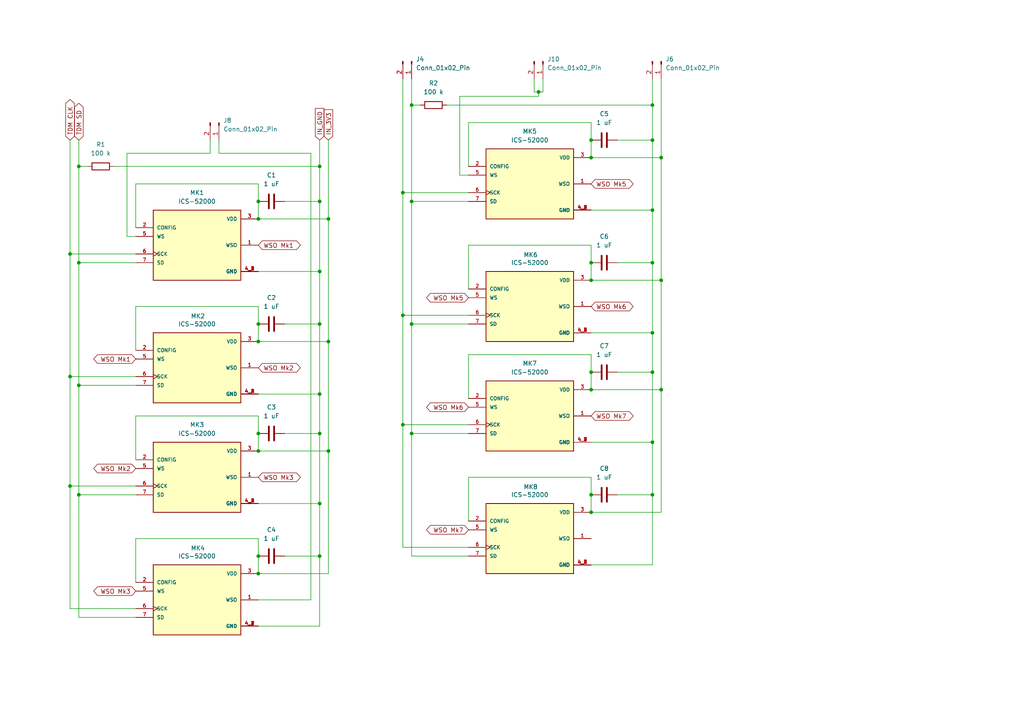
<source format=kicad_sch>
(kicad_sch (version 20250114) (generator "eeschema") (generator_version "9.0")
  (paper "A4")
  (lib_symbols
    (symbol "Connector:Conn_01x02_Pin" (pin_names (offset 1.016) (hide yes))
      (property "Reference" "J" (at 0 2.54 0))
      (property "Value" "Conn_01x02_Pin" (at 0 -5.08 0))
      (symbol "Conn_01x02_Pin_1_1"
        (rectangle (start 0.8636 0.127) (end 0 -0.127) (stroke (width 0.1524)) (fill (type outline)))
        (rectangle (start 0.8636 -2.413) (end 0 -2.667) (stroke (width 0.1524)) (fill (type outline)))
        (polyline (pts (xy 1.27 0) (xy 0.8636 0)) (stroke (width 0.1524)))
        (polyline (pts (xy 1.27 -2.54) (xy 0.8636 -2.54)) (stroke (width 0.1524)))
        (pin passive line (at 5.08 0 180) (length 3.81) (name "Pin_1") (number "1"))
        (pin passive line (at 5.08 -2.54 180) (length 3.81) (name "Pin_2") (number "2"))
      )
    )
    (symbol "Device:C" (pin_numbers (hide yes)) (pin_names (offset 0.254))
      (property "Reference" "C" (at 0.635 2.54 0))
      (property "Value" "C" (at 0.635 -2.54 0))
      (symbol "C_0_1"
        (polyline (pts (xy -2.032 0.762) (xy 2.032 0.762)) (stroke (width 0.508)))
        (polyline (pts (xy -2.032 -0.762) (xy 2.032 -0.762)) (stroke (width 0.508)))
      )
      (symbol "C_1_1"
        (pin passive line (at 0 3.81 270) (length 2.794) (name "~") (number "1"))
        (pin passive line (at 0 -3.81 90) (length 2.794) (name "~") (number "2"))
      )
    )
    (symbol "Device:R" (pin_numbers (hide yes)) (pin_names (offset 0))
      (property "Reference" "R" (at 2.032 0 90))
      (property "Value" "R" (at 0 0 90))
      (symbol "R_0_1"
        (rectangle (start -1.016 -2.54) (end 1.016 2.54) (stroke (width 0.254)))
      )
      (symbol "R_1_1"
        (pin passive line (at 0 3.81 270) (length 1.27) (name "~") (number "1"))
        (pin passive line (at 0 -3.81 90) (length 1.27) (name "~") (number "2"))
      )
    )
    (symbol "ICS-52000:ICS-52000" (pin_names (offset 1.016))
      (property "Reference" "MK" (at -12.7608 10.7312 0))
      (property "Value" "ICS-52000" (at -12.7766 -12.7766 0))
      (symbol "ICS-52000_0_0"
        (rectangle (start -12.7 -10.16) (end 12.7 10.16) (stroke (width 0.254)) (fill (type background)))
        (pin input line (at -17.78 5.08 0) (length 5.08) (name "CONFIG") (number "2"))
        (pin input line (at -17.78 2.54 0) (length 5.08) (name "WS") (number "5"))
        (pin input clock (at -17.78 -2.54 0) (length 5.08) (name "SCK") (number "6"))
        (pin output line (at -17.78 -5.08 0) (length 5.08) (name "SD") (number "7"))
        (pin power_in line (at 17.78 7.62 180) (length 5.08) (name "VDD") (number "3"))
        (pin output line (at 17.78 0 180) (length 5.08) (name "WSO") (number "1"))
        (pin power_in line (at 17.78 -7.62 180) (length 5.08) (name "GND") (number "4_1"))
        (pin power_in line (at 17.78 -7.62 180) (length 5.08) (name "GND") (number "4_2"))
        (pin power_in line (at 17.78 -7.62 180) (length 5.08) (name "GND") (number "4_3"))
        (pin power_in line (at 17.78 -7.62 180) (length 5.08) (name "GND") (number "4_4"))
      )
    )
  )
  (junction (at 74.93 99.06))
  (junction (at 92.71 48.26))
  (junction (at 92.71 114.3))
  (junction (at 171.45 40.64))
  (junction (at 189.23 60.96))
  (junction (at 95.25 99.06))
  (junction (at 74.93 63.5))
  (junction (at 156.21 26.67))
  (junction (at 171.45 81.28))
  (junction (at 92.71 161.29))
  (junction (at 74.93 161.29))
  (junction (at 116.84 123.19))
  (junction (at 74.93 93.98))
  (junction (at 92.71 58.42))
  (junction (at 191.77 45.72))
  (junction (at 119.38 93.98))
  (junction (at 74.93 166.37))
  (junction (at 74.93 130.81))
  (junction (at 171.45 45.72))
  (junction (at 189.23 40.64))
  (junction (at 119.38 125.73))
  (junction (at 171.45 76.2))
  (junction (at 22.86 48.26))
  (junction (at 20.32 73.66))
  (junction (at 22.86 111.76))
  (junction (at 171.45 113.03))
  (junction (at 171.45 107.95))
  (junction (at 189.23 107.95))
  (junction (at 116.84 91.44))
  (junction (at 191.77 81.28))
  (junction (at 92.71 125.73))
  (junction (at 189.23 76.2))
  (junction (at 20.32 109.22))
  (junction (at 92.71 78.74))
  (junction (at 92.71 93.98))
  (junction (at 74.93 58.42))
  (junction (at 116.84 55.88))
  (junction (at 189.23 128.27))
  (junction (at 119.38 58.42))
  (junction (at 95.25 130.81))
  (junction (at 191.77 113.03))
  (junction (at 74.93 125.73))
  (junction (at 189.23 96.52))
  (junction (at 92.71 146.05))
  (junction (at 22.86 143.51))
  (junction (at 171.45 148.59))
  (junction (at 189.23 143.51))
  (junction (at 171.45 143.51))
  (junction (at 22.86 76.2))
  (junction (at 95.25 63.5))
  (junction (at 189.23 30.48))
  (junction (at 20.32 140.97))
  (junction (at 119.38 30.48))
  (wire (pts (xy 74.93 99.06) (xy 95.25 99.06)))
  (wire (pts (xy 39.37 73.66) (xy 20.32 73.66)))
  (wire (pts (xy 92.71 146.05) (xy 92.71 125.73)))
  (wire (pts (xy 20.32 109.22) (xy 20.32 140.97)))
  (wire (pts (xy 116.84 91.44) (xy 135.89 91.44)))
  (wire (pts (xy 39.37 120.65) (xy 74.93 120.65)))
  (wire (pts (xy 22.86 143.51) (xy 39.37 143.51)))
  (wire (pts (xy 179.07 107.95) (xy 189.23 107.95)))
  (wire (pts (xy 189.23 107.95) (xy 189.23 96.52)))
  (wire (pts (xy 129.54 30.48) (xy 189.23 30.48)))
  (wire (pts (xy 82.55 93.98) (xy 92.71 93.98)))
  (wire (pts (xy 154.94 26.67) (xy 156.21 26.67)))
  (wire (pts (xy 189.23 163.83) (xy 189.23 143.51)))
  (wire (pts (xy 171.45 35.56) (xy 171.45 40.64)))
  (wire (pts (xy 135.89 138.43) (xy 171.45 138.43)))
  (wire (pts (xy 90.17 44.45) (xy 63.5 44.45)))
  (wire (pts (xy 189.23 128.27) (xy 189.23 107.95)))
  (wire (pts (xy 171.45 107.95) (xy 171.45 113.03)))
  (wire (pts (xy 191.77 113.03) (xy 191.77 81.28)))
  (wire (pts (xy 119.38 58.42) (xy 119.38 93.98)))
  (wire (pts (xy 119.38 93.98) (xy 119.38 125.73)))
  (wire (pts (xy 119.38 93.98) (xy 135.89 93.98)))
  (wire (pts (xy 74.93 58.42) (xy 74.93 63.5)))
  (wire (pts (xy 119.38 30.48) (xy 121.92 30.48)))
  (wire (pts (xy 116.84 123.19) (xy 135.89 123.19)))
  (wire (pts (xy 74.93 146.05) (xy 92.71 146.05)))
  (wire (pts (xy 90.17 173.99) (xy 90.17 44.45)))
  (wire (pts (xy 171.45 76.2) (xy 171.45 81.28)))
  (wire (pts (xy 74.93 161.29) (xy 74.93 166.37)))
  (wire (pts (xy 171.45 113.03) (xy 191.77 113.03)))
  (wire (pts (xy 116.84 22.86) (xy 116.84 55.88)))
  (wire (pts (xy 74.93 53.34) (xy 74.93 58.42)))
  (wire (pts (xy 39.37 76.2) (xy 22.86 76.2)))
  (wire (pts (xy 171.45 81.28) (xy 191.77 81.28)))
  (wire (pts (xy 119.38 125.73) (xy 119.38 161.29)))
  (wire (pts (xy 135.89 151.13) (xy 135.89 138.43)))
  (wire (pts (xy 92.71 161.29) (xy 92.71 146.05)))
  (wire (pts (xy 74.93 88.9) (xy 74.93 93.98)))
  (wire (pts (xy 95.25 99.06) (xy 95.25 63.5)))
  (wire (pts (xy 189.23 96.52) (xy 189.23 76.2)))
  (wire (pts (xy 189.23 22.86) (xy 189.23 30.48)))
  (wire (pts (xy 36.83 68.58) (xy 36.83 44.45)))
  (wire (pts (xy 20.32 40.64) (xy 20.32 73.66)))
  (wire (pts (xy 135.89 48.26) (xy 135.89 35.56)))
  (wire (pts (xy 156.21 27.94) (xy 156.21 26.67)))
  (wire (pts (xy 95.25 166.37) (xy 95.25 130.81)))
  (wire (pts (xy 36.83 44.45) (xy 60.96 44.45)))
  (wire (pts (xy 22.86 111.76) (xy 22.86 143.51)))
  (wire (pts (xy 156.21 26.67) (xy 157.48 26.67)))
  (wire (pts (xy 20.32 109.22) (xy 39.37 109.22)))
  (wire (pts (xy 189.23 60.96) (xy 189.23 40.64)))
  (wire (pts (xy 154.94 22.86) (xy 154.94 26.67)))
  (wire (pts (xy 74.93 166.37) (xy 95.25 166.37)))
  (wire (pts (xy 92.71 40.64) (xy 92.71 48.26)))
  (wire (pts (xy 92.71 114.3) (xy 92.71 93.98)))
  (wire (pts (xy 116.84 91.44) (xy 116.84 123.19)))
  (wire (pts (xy 60.96 44.45) (xy 60.96 40.64)))
  (wire (pts (xy 157.48 26.67) (xy 157.48 22.86)))
  (wire (pts (xy 133.35 50.8) (xy 135.89 50.8)))
  (wire (pts (xy 119.38 125.73) (xy 135.89 125.73)))
  (wire (pts (xy 63.5 44.45) (xy 63.5 40.64)))
  (wire (pts (xy 22.86 48.26) (xy 25.4 48.26)))
  (wire (pts (xy 20.32 140.97) (xy 39.37 140.97)))
  (wire (pts (xy 82.55 58.42) (xy 92.71 58.42)))
  (wire (pts (xy 119.38 161.29) (xy 135.89 161.29)))
  (wire (pts (xy 191.77 148.59) (xy 191.77 113.03)))
  (wire (pts (xy 116.84 123.19) (xy 116.84 158.75)))
  (wire (pts (xy 92.71 181.61) (xy 92.71 161.29)))
  (wire (pts (xy 171.45 45.72) (xy 191.77 45.72)))
  (wire (pts (xy 135.89 83.82) (xy 135.89 71.12)))
  (wire (pts (xy 179.07 143.51) (xy 189.23 143.51)))
  (wire (pts (xy 189.23 76.2) (xy 189.23 60.96)))
  (wire (pts (xy 39.37 53.34) (xy 74.93 53.34)))
  (wire (pts (xy 95.25 130.81) (xy 95.25 99.06)))
  (wire (pts (xy 39.37 101.6) (xy 39.37 88.9)))
  (wire (pts (xy 135.89 115.57) (xy 135.89 102.87)))
  (wire (pts (xy 171.45 96.52) (xy 189.23 96.52)))
  (wire (pts (xy 74.93 120.65) (xy 74.93 125.73)))
  (wire (pts (xy 135.89 102.87) (xy 171.45 102.87)))
  (wire (pts (xy 189.23 143.51) (xy 189.23 128.27)))
  (wire (pts (xy 92.71 125.73) (xy 92.71 114.3)))
  (wire (pts (xy 171.45 143.51) (xy 171.45 148.59)))
  (wire (pts (xy 189.23 30.48) (xy 189.23 40.64)))
  (wire (pts (xy 191.77 22.86) (xy 191.77 45.72)))
  (wire (pts (xy 179.07 76.2) (xy 189.23 76.2)))
  (wire (pts (xy 74.93 125.73) (xy 74.93 130.81)))
  (wire (pts (xy 33.02 48.26) (xy 92.71 48.26)))
  (wire (pts (xy 171.45 40.64) (xy 171.45 45.72)))
  (wire (pts (xy 116.84 158.75) (xy 135.89 158.75)))
  (wire (pts (xy 22.86 111.76) (xy 39.37 111.76)))
  (wire (pts (xy 39.37 168.91) (xy 39.37 156.21)))
  (wire (pts (xy 116.84 55.88) (xy 116.84 91.44)))
  (wire (pts (xy 171.45 138.43) (xy 171.45 143.51)))
  (wire (pts (xy 74.93 173.99) (xy 90.17 173.99)))
  (wire (pts (xy 22.86 40.64) (xy 22.86 48.26)))
  (wire (pts (xy 133.35 50.8) (xy 133.35 27.94)))
  (wire (pts (xy 74.93 114.3) (xy 92.71 114.3)))
  (wire (pts (xy 171.45 163.83) (xy 189.23 163.83)))
  (wire (pts (xy 171.45 102.87) (xy 171.45 107.95)))
  (wire (pts (xy 39.37 66.04) (xy 39.37 53.34)))
  (wire (pts (xy 39.37 68.58) (xy 36.83 68.58)))
  (wire (pts (xy 74.93 63.5) (xy 95.25 63.5)))
  (wire (pts (xy 20.32 176.53) (xy 39.37 176.53)))
  (wire (pts (xy 74.93 130.81) (xy 95.25 130.81)))
  (wire (pts (xy 179.07 40.64) (xy 189.23 40.64)))
  (wire (pts (xy 171.45 60.96) (xy 189.23 60.96)))
  (wire (pts (xy 39.37 133.35) (xy 39.37 120.65)))
  (wire (pts (xy 22.86 76.2) (xy 22.86 111.76)))
  (wire (pts (xy 20.32 140.97) (xy 20.32 176.53)))
  (wire (pts (xy 92.71 93.98) (xy 92.71 78.74)))
  (wire (pts (xy 74.93 93.98) (xy 74.93 99.06)))
  (wire (pts (xy 39.37 156.21) (xy 74.93 156.21)))
  (wire (pts (xy 133.35 27.94) (xy 156.21 27.94)))
  (wire (pts (xy 22.86 179.07) (xy 39.37 179.07)))
  (wire (pts (xy 82.55 125.73) (xy 92.71 125.73)))
  (wire (pts (xy 171.45 71.12) (xy 171.45 76.2)))
  (wire (pts (xy 39.37 88.9) (xy 74.93 88.9)))
  (wire (pts (xy 119.38 22.86) (xy 119.38 30.48)))
  (wire (pts (xy 171.45 148.59) (xy 191.77 148.59)))
  (wire (pts (xy 20.32 73.66) (xy 20.32 109.22)))
  (wire (pts (xy 171.45 128.27) (xy 189.23 128.27)))
  (wire (pts (xy 119.38 30.48) (xy 119.38 58.42)))
  (wire (pts (xy 74.93 156.21) (xy 74.93 161.29)))
  (wire (pts (xy 135.89 58.42) (xy 119.38 58.42)))
  (wire (pts (xy 191.77 81.28) (xy 191.77 45.72)))
  (wire (pts (xy 135.89 71.12) (xy 171.45 71.12)))
  (wire (pts (xy 92.71 78.74) (xy 92.71 58.42)))
  (wire (pts (xy 22.86 48.26) (xy 22.86 76.2)))
  (wire (pts (xy 74.93 181.61) (xy 92.71 181.61)))
  (wire (pts (xy 135.89 55.88) (xy 116.84 55.88)))
  (wire (pts (xy 135.89 35.56) (xy 171.45 35.56)))
  (wire (pts (xy 22.86 143.51) (xy 22.86 179.07)))
  (wire (pts (xy 74.93 78.74) (xy 92.71 78.74)))
  (wire (pts (xy 92.71 48.26) (xy 92.71 58.42)))
  (wire (pts (xy 95.25 40.64) (xy 95.25 63.5)))
  (wire (pts (xy 82.55 161.29) (xy 92.71 161.29)))
  (global_label "IN_3V3" (shape input) (at 95.25 40.64 90) (property "Intersheetrefs" "${INTERSHEET_REFS}" (effects (hide yes))))
  (global_label "WSO Mk5" (shape bidirectional) (at 135.89 86.36 180) (property "Intersheetrefs" "${INTERSHEET_REFS}" (effects (hide yes))))
  (global_label "TDM SD" (shape bidirectional) (at 22.86 40.64 90) (property "Intersheetrefs" "${INTERSHEET_REFS}" (effects (hide yes))))
  (global_label "WSO Mk3" (shape bidirectional) (at 74.93 138.43 0) (property "Intersheetrefs" "${INTERSHEET_REFS}" (effects (hide yes))))
  (global_label "WSO Mk1" (shape bidirectional) (at 39.37 104.14 180) (property "Intersheetrefs" "${INTERSHEET_REFS}" (effects (hide yes))))
  (global_label "WSO Mk6" (shape bidirectional) (at 171.45 88.9 0) (property "Intersheetrefs" "${INTERSHEET_REFS}" (effects (hide yes))))
  (global_label "WSO Mk7" (shape bidirectional) (at 171.45 120.65 0) (property "Intersheetrefs" "${INTERSHEET_REFS}" (effects (hide yes))))
  (global_label "WSO Mk6" (shape bidirectional) (at 135.89 118.11 180) (property "Intersheetrefs" "${INTERSHEET_REFS}" (effects (hide yes))))
  (global_label "WSO Mk2" (shape bidirectional) (at 74.93 106.68 0) (property "Intersheetrefs" "${INTERSHEET_REFS}" (effects (hide yes))))
  (global_label "TDM CLK" (shape bidirectional) (at 20.32 40.64 90) (property "Intersheetrefs" "${INTERSHEET_REFS}" (effects (hide yes))))
  (global_label "WSO Mk3" (shape bidirectional) (at 39.37 171.45 180) (property "Intersheetrefs" "${INTERSHEET_REFS}" (effects (hide yes))))
  (global_label "WSO Mk2" (shape bidirectional) (at 39.37 135.89 180) (property "Intersheetrefs" "${INTERSHEET_REFS}" (effects (hide yes))))
  (global_label "WSO Mk7" (shape bidirectional) (at 135.89 153.67 180) (property "Intersheetrefs" "${INTERSHEET_REFS}" (effects (hide yes))))
  (global_label "IN_GND" (shape input) (at 92.71 40.64 90) (property "Intersheetrefs" "${INTERSHEET_REFS}" (effects (hide yes))))
  (global_label "WSO Mk5" (shape bidirectional) (at 171.45 53.34 0) (property "Intersheetrefs" "${INTERSHEET_REFS}" (effects (hide yes))))
  (global_label "WSO Mk1" (shape bidirectional) (at 74.93 71.12 0) (property "Intersheetrefs" "${INTERSHEET_REFS}" (effects (hide yes))))
  (symbol (lib_id "Device:C") (at 78.74 93.98 90) (unit 1)
    (property "Reference" "C2" (at 78.74 86.36 90))
    (property "Value" "1 uF" (at 78.74 88.9 90))
    (property "Footprint" "Capacitor_THT:C_Disc_D5.0mm_W2.5mm_P5.00mm" (effects (hide yes)))
    (property "Description" "Unpolarized capacitor" (effects (hide yes)))
  )
  (symbol (lib_id "Connector:Conn_01x02_Pin") (at 191.77 17.78 270) (unit 1)
    (property "Reference" "J6" (at 193.04 17.1449 90) (effects (justify left)))
    (property "Value" "Conn_01x02_Pin" (at 193.04 19.6849 90) (effects (justify left)))
    (property "Footprint" "Connector_JST:JST_PH_B2B-PH-K_1x02_P2.00mm_Vertical" (effects (hide yes)))
    (property "Description" "Generic connector, single row, 01x02, script generated" (effects (hide yes)))
  )
  (symbol (lib_id "Device:R") (at 125.73 30.48 270) (unit 1)
    (property "Reference" "R2" (at 125.73 24.13 90))
    (property "Value" "100 k" (at 125.73 26.67 90))
    (property "Footprint" "Resistor_THT:R_Axial_DIN0207_L6.3mm_D2.5mm_P7.62mm_Horizontal" (effects (hide yes)))
    (property "Description" "Resistor" (effects (hide yes)))
  )
  (symbol (lib_id "ICS-52000:ICS-52000") (at 153.67 88.9 0) (unit 1)
    (property "Reference" "MK6" (at 153.924 73.914 0))
    (property "Value" "ICS-52000" (at 153.67 76.2 0))
    (property "Footprint" "wave:MIC_ICS-52000" (effects (hide yes)))
    (property "MF" "TDK InvenSense" (effects (hide yes)))
    (property "MAXIMUM_PACKAGE_HEIGHT" "1.1 mm" (effects (hide yes)))
    (property "Package" "None" (effects (hide yes)))
    (property "Price" "None" (effects (hide yes)))
    (property "Check_prices" "https://www.snapeda.com/parts/ICS-52000/TDK/view-part/?ref=eda" (effects (hide yes)))
    (property "STANDARD" "Manufacturer recommendations" (effects (hide yes)))
    (property "PARTREV" "1.3" (effects (hide yes)))
    (property "SnapEDA_Link" "https://www.snapeda.com/parts/ICS-52000/TDK/view-part/?ref=snap" (effects (hide yes)))
    (property "MP" "ICS-52000" (effects (hide yes)))
    (property "Description_1" "50 Hz ~ 20 kHz Digital, TDM Microphone MEMS (Silicon) 1.62 V ~ 3.63 V Omnidirectional (-26 ±1dB @ 94dB SPL) Solder Pads" (effects (hide yes)))
    (property "Availability" "In Stock" (effects (hide yes)))
    (property "MANUFACTURER" "TDK InvenSense" (effects (hide yes)))
  )
  (symbol (lib_id "Device:C") (at 175.26 143.51 90) (unit 1)
    (property "Reference" "C8" (at 175.26 135.89 90))
    (property "Value" "1 uF" (at 175.26 138.43 90))
    (property "Footprint" "Capacitor_THT:C_Disc_D5.0mm_W2.5mm_P5.00mm" (effects (hide yes)))
    (property "Description" "Unpolarized capacitor" (effects (hide yes)))
  )
  (symbol (lib_id "ICS-52000:ICS-52000") (at 153.67 156.21 0) (unit 1)
    (property "Reference" "MK8" (at 153.924 141.224 0))
    (property "Value" "ICS-52000" (at 153.67 143.51 0))
    (property "Footprint" "wave:MIC_ICS-52000" (effects (hide yes)))
    (property "MF" "TDK InvenSense" (effects (hide yes)))
    (property "MAXIMUM_PACKAGE_HEIGHT" "1.1 mm" (effects (hide yes)))
    (property "Package" "None" (effects (hide yes)))
    (property "Price" "None" (effects (hide yes)))
    (property "Check_prices" "https://www.snapeda.com/parts/ICS-52000/TDK/view-part/?ref=eda" (effects (hide yes)))
    (property "STANDARD" "Manufacturer recommendations" (effects (hide yes)))
    (property "PARTREV" "1.3" (effects (hide yes)))
    (property "SnapEDA_Link" "https://www.snapeda.com/parts/ICS-52000/TDK/view-part/?ref=snap" (effects (hide yes)))
    (property "MP" "ICS-52000" (effects (hide yes)))
    (property "Description_1" "50 Hz ~ 20 kHz Digital, TDM Microphone MEMS (Silicon) 1.62 V ~ 3.63 V Omnidirectional (-26 ±1dB @ 94dB SPL) Solder Pads" (effects (hide yes)))
    (property "Availability" "In Stock" (effects (hide yes)))
    (property "MANUFACTURER" "TDK InvenSense" (effects (hide yes)))
  )
  (symbol (lib_id "Device:C") (at 78.74 161.29 90) (unit 1)
    (property "Reference" "C4" (at 78.74 153.67 90))
    (property "Value" "1 uF" (at 78.74 156.21 90))
    (property "Footprint" "Capacitor_THT:C_Disc_D5.0mm_W2.5mm_P5.00mm" (effects (hide yes)))
    (property "Description" "Unpolarized capacitor" (effects (hide yes)))
  )
  (symbol (lib_id "Device:C") (at 78.74 58.42 90) (unit 1)
    (property "Reference" "C1" (at 78.74 50.8 90))
    (property "Value" "1 uF" (at 78.74 53.34 90))
    (property "Footprint" "Capacitor_THT:C_Disc_D5.0mm_W2.5mm_P5.00mm" (effects (hide yes)))
    (property "Description" "Unpolarized capacitor" (effects (hide yes)))
  )
  (symbol (lib_id "ICS-52000:ICS-52000") (at 153.67 120.65 0) (unit 1)
    (property "Reference" "MK7" (at 153.67 105.41 0))
    (property "Value" "ICS-52000" (at 153.67 107.95 0))
    (property "Footprint" "wave:MIC_ICS-52000" (effects (hide yes)))
    (property "MF" "TDK InvenSense" (effects (hide yes)))
    (property "MAXIMUM_PACKAGE_HEIGHT" "1.1 mm" (effects (hide yes)))
    (property "Package" "None" (effects (hide yes)))
    (property "Price" "None" (effects (hide yes)))
    (property "Check_prices" "https://www.snapeda.com/parts/ICS-52000/TDK/view-part/?ref=eda" (effects (hide yes)))
    (property "STANDARD" "Manufacturer recommendations" (effects (hide yes)))
    (property "PARTREV" "1.3" (effects (hide yes)))
    (property "SnapEDA_Link" "https://www.snapeda.com/parts/ICS-52000/TDK/view-part/?ref=snap" (effects (hide yes)))
    (property "MP" "ICS-52000" (effects (hide yes)))
    (property "Description_1" "50 Hz ~ 20 kHz Digital, TDM Microphone MEMS (Silicon) 1.62 V ~ 3.63 V Omnidirectional (-26 ±1dB @ 94dB SPL) Solder Pads" (effects (hide yes)))
    (property "Availability" "In Stock" (effects (hide yes)))
    (property "MANUFACTURER" "TDK InvenSense" (effects (hide yes)))
  )
  (symbol (lib_id "ICS-52000:ICS-52000") (at 57.15 138.43 0) (unit 1)
    (property "Reference" "MK3" (at 57.15 123.19 0))
    (property "Value" "ICS-52000" (at 57.15 125.73 0))
    (property "Footprint" "wave:MIC_ICS-52000" (effects (hide yes)))
    (property "MF" "TDK InvenSense" (effects (hide yes)))
    (property "MAXIMUM_PACKAGE_HEIGHT" "1.1 mm" (effects (hide yes)))
    (property "Package" "None" (effects (hide yes)))
    (property "Price" "None" (effects (hide yes)))
    (property "Check_prices" "https://www.snapeda.com/parts/ICS-52000/TDK/view-part/?ref=eda" (effects (hide yes)))
    (property "STANDARD" "Manufacturer recommendations" (effects (hide yes)))
    (property "PARTREV" "1.3" (effects (hide yes)))
    (property "SnapEDA_Link" "https://www.snapeda.com/parts/ICS-52000/TDK/view-part/?ref=snap" (effects (hide yes)))
    (property "MP" "ICS-52000" (effects (hide yes)))
    (property "Description_1" "50 Hz ~ 20 kHz Digital, TDM Microphone MEMS (Silicon) 1.62 V ~ 3.63 V Omnidirectional (-26 ±1dB @ 94dB SPL) Solder Pads" (effects (hide yes)))
    (property "Availability" "In Stock" (effects (hide yes)))
    (property "MANUFACTURER" "TDK InvenSense" (effects (hide yes)))
  )
  (symbol (lib_id "ICS-52000:ICS-52000") (at 57.15 106.68 0) (unit 1)
    (property "Reference" "MK2" (at 57.404 91.694 0))
    (property "Value" "ICS-52000" (at 57.15 93.98 0))
    (property "Footprint" "wave:MIC_ICS-52000" (effects (hide yes)))
    (property "MF" "TDK InvenSense" (effects (hide yes)))
    (property "MAXIMUM_PACKAGE_HEIGHT" "1.1 mm" (effects (hide yes)))
    (property "Package" "None" (effects (hide yes)))
    (property "Price" "None" (effects (hide yes)))
    (property "Check_prices" "https://www.snapeda.com/parts/ICS-52000/TDK/view-part/?ref=eda" (effects (hide yes)))
    (property "STANDARD" "Manufacturer recommendations" (effects (hide yes)))
    (property "PARTREV" "1.3" (effects (hide yes)))
    (property "SnapEDA_Link" "https://www.snapeda.com/parts/ICS-52000/TDK/view-part/?ref=snap" (effects (hide yes)))
    (property "MP" "ICS-52000" (effects (hide yes)))
    (property "Description_1" "50 Hz ~ 20 kHz Digital, TDM Microphone MEMS (Silicon) 1.62 V ~ 3.63 V Omnidirectional (-26 ±1dB @ 94dB SPL) Solder Pads" (effects (hide yes)))
    (property "Availability" "In Stock" (effects (hide yes)))
    (property "MANUFACTURER" "TDK InvenSense" (effects (hide yes)))
  )
  (symbol (lib_id "ICS-52000:ICS-52000") (at 153.67 53.34 0) (unit 1)
    (property "Reference" "MK5" (at 153.67 38.1 0))
    (property "Value" "ICS-52000" (at 153.67 40.64 0))
    (property "Footprint" "wave:MIC_ICS-52000" (effects (hide yes)))
    (property "MF" "TDK InvenSense" (effects (hide yes)))
    (property "MAXIMUM_PACKAGE_HEIGHT" "1.1 mm" (effects (hide yes)))
    (property "Package" "None" (effects (hide yes)))
    (property "Price" "None" (effects (hide yes)))
    (property "Check_prices" "https://www.snapeda.com/parts/ICS-52000/TDK/view-part/?ref=eda" (effects (hide yes)))
    (property "STANDARD" "Manufacturer recommendations" (effects (hide yes)))
    (property "PARTREV" "1.3" (effects (hide yes)))
    (property "SnapEDA_Link" "https://www.snapeda.com/parts/ICS-52000/TDK/view-part/?ref=snap" (effects (hide yes)))
    (property "MP" "ICS-52000" (effects (hide yes)))
    (property "Description_1" "50 Hz ~ 20 kHz Digital, TDM Microphone MEMS (Silicon) 1.62 V ~ 3.63 V Omnidirectional (-26 ±1dB @ 94dB SPL) Solder Pads" (effects (hide yes)))
    (property "Availability" "In Stock" (effects (hide yes)))
    (property "MANUFACTURER" "TDK InvenSense" (effects (hide yes)))
  )
  (symbol (lib_id "Device:C") (at 175.26 76.2 90) (unit 1)
    (property "Reference" "C6" (at 175.26 68.58 90))
    (property "Value" "1 uF" (at 175.26 71.12 90))
    (property "Footprint" "Capacitor_THT:C_Disc_D5.0mm_W2.5mm_P5.00mm" (effects (hide yes)))
    (property "Description" "Unpolarized capacitor" (effects (hide yes)))
  )
  (symbol (lib_id "Device:C") (at 175.26 40.64 90) (unit 1)
    (property "Reference" "C5" (at 175.26 33.02 90))
    (property "Value" "1 uF" (at 175.26 35.56 90))
    (property "Footprint" "Capacitor_THT:C_Disc_D5.0mm_W2.5mm_P5.00mm" (effects (hide yes)))
    (property "Description" "Unpolarized capacitor" (effects (hide yes)))
  )
  (symbol (lib_id "Connector:Conn_01x02_Pin") (at 119.38 17.78 270) (unit 1)
    (property "Reference" "J4" (at 120.65 17.1449 90) (effects (justify left)))
    (property "Value" "Conn_01x02_Pin" (at 120.65 19.6849 90) (effects (justify left)))
    (property "Footprint" "Connector_JST:JST_PH_B2B-PH-K_1x02_P2.00mm_Vertical" (effects (hide yes)))
    (property "Description" "Generic connector, single row, 01x02, script generated" (effects (hide yes)))
  )
  (symbol (lib_id "Device:R") (at 29.21 48.26 270) (unit 1)
    (property "Reference" "R1" (at 29.21 41.91 90))
    (property "Value" "100 k" (at 29.21 44.45 90))
    (property "Footprint" "Resistor_THT:R_Axial_DIN0207_L6.3mm_D2.5mm_P7.62mm_Horizontal" (effects (hide yes)))
    (property "Description" "Resistor" (effects (hide yes)))
  )
  (symbol (lib_id "Connector:Conn_01x02_Pin") (at 63.5 35.56 270) (unit 1)
    (property "Reference" "J8" (at 64.77 34.9249 90) (effects (justify left)))
    (property "Value" "Conn_01x02_Pin" (at 64.77 37.4649 90) (effects (justify left)))
    (property "Footprint" "Connector_JST:JST_PH_B2B-PH-K_1x02_P2.00mm_Vertical" (effects (hide yes)))
    (property "Description" "Generic connector, single row, 01x02, script generated" (effects (hide yes)))
  )
  (symbol (lib_id "ICS-52000:ICS-52000") (at 57.15 173.99 0) (unit 1)
    (property "Reference" "MK4" (at 57.404 159.004 0))
    (property "Value" "ICS-52000" (at 57.15 161.29 0))
    (property "Footprint" "wave:MIC_ICS-52000" (effects (hide yes)))
    (property "MF" "TDK InvenSense" (effects (hide yes)))
    (property "MAXIMUM_PACKAGE_HEIGHT" "1.1 mm" (effects (hide yes)))
    (property "Package" "None" (effects (hide yes)))
    (property "Price" "None" (effects (hide yes)))
    (property "Check_prices" "https://www.snapeda.com/parts/ICS-52000/TDK/view-part/?ref=eda" (effects (hide yes)))
    (property "STANDARD" "Manufacturer recommendations" (effects (hide yes)))
    (property "PARTREV" "1.3" (effects (hide yes)))
    (property "SnapEDA_Link" "https://www.snapeda.com/parts/ICS-52000/TDK/view-part/?ref=snap" (effects (hide yes)))
    (property "MP" "ICS-52000" (effects (hide yes)))
    (property "Description_1" "50 Hz ~ 20 kHz Digital, TDM Microphone MEMS (Silicon) 1.62 V ~ 3.63 V Omnidirectional (-26 ±1dB @ 94dB SPL) Solder Pads" (effects (hide yes)))
    (property "Availability" "In Stock" (effects (hide yes)))
    (property "MANUFACTURER" "TDK InvenSense" (effects (hide yes)))
  )
  (symbol (lib_id "Device:C") (at 78.74 125.73 90) (unit 1)
    (property "Reference" "C3" (at 78.74 118.11 90))
    (property "Value" "1 uF" (at 78.74 120.65 90))
    (property "Footprint" "Capacitor_THT:C_Disc_D5.0mm_W2.5mm_P5.00mm" (effects (hide yes)))
    (property "Description" "Unpolarized capacitor" (effects (hide yes)))
  )
  (symbol (lib_id "Device:C") (at 175.26 107.95 90) (unit 1)
    (property "Reference" "C7" (at 175.26 100.33 90))
    (property "Value" "1 uF" (at 175.26 102.87 90))
    (property "Footprint" "Capacitor_THT:C_Disc_D5.0mm_W2.5mm_P5.00mm" (effects (hide yes)))
    (property "Description" "Unpolarized capacitor" (effects (hide yes)))
  )
  (symbol (lib_id "ICS-52000:ICS-52000") (at 57.15 71.12 0) (unit 1)
    (property "Reference" "MK1" (at 57.15 55.88 0))
    (property "Value" "ICS-52000" (at 57.15 58.42 0))
    (property "Footprint" "wave:MIC_ICS-52000" (effects (hide yes)))
    (property "MF" "TDK InvenSense" (effects (hide yes)))
    (property "MAXIMUM_PACKAGE_HEIGHT" "1.1 mm" (effects (hide yes)))
    (property "Package" "None" (effects (hide yes)))
    (property "Price" "None" (effects (hide yes)))
    (property "Check_prices" "https://www.snapeda.com/parts/ICS-52000/TDK/view-part/?ref=eda" (effects (hide yes)))
    (property "STANDARD" "Manufacturer recommendations" (effects (hide yes)))
    (property "PARTREV" "1.3" (effects (hide yes)))
    (property "SnapEDA_Link" "https://www.snapeda.com/parts/ICS-52000/TDK/view-part/?ref=snap" (effects (hide yes)))
    (property "MP" "ICS-52000" (effects (hide yes)))
    (property "Description_1" "50 Hz ~ 20 kHz Digital, TDM Microphone MEMS (Silicon) 1.62 V ~ 3.63 V Omnidirectional (-26 ±1dB @ 94dB SPL) Solder Pads" (effects (hide yes)))
    (property "Availability" "In Stock" (effects (hide yes)))
    (property "MANUFACTURER" "TDK InvenSense" (effects (hide yes)))
  )
  (symbol (lib_id "Connector:Conn_01x02_Pin") (at 157.48 17.78 270) (unit 1)
    (property "Reference" "J10" (at 158.75 17.1449 90) (effects (justify left)))
    (property "Value" "Conn_01x02_Pin" (at 158.75 19.6849 90) (effects (justify left)))
    (property "Footprint" "Connector_JST:JST_PH_B2B-PH-K_1x02_P2.00mm_Vertical" (effects (hide yes)))
    (property "Description" "Generic connector, single row, 01x02, script generated" (effects (hide yes)))
  )
)
</source>
